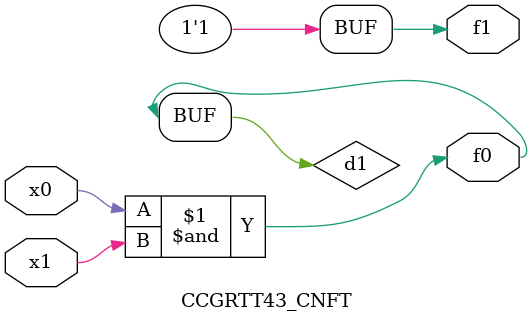
<source format=v>
module CCGRTT43_CNFT(
	input x0, x1,
	output f0, f1
);

	wire d1;

	assign f0 = d1;
	and (d1, x0, x1);
	assign f1 = 1'b1;
endmodule

</source>
